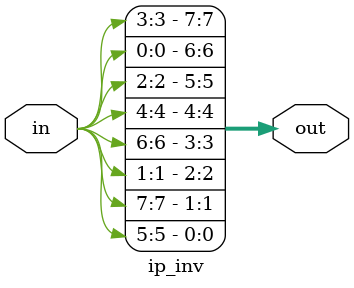
<source format=v>
module ip(
input wire [0:7] in,
output wire [7:0] ipout
);

//index is -1 because it starts at 0
assign ipout = {in[1], in[5], in[2], in[0], in[3], in[7], in[4], in[6]};

endmodule

//Inverse IP
module ip_inv(
input wire [0:7] in,
output wire [7:0] out
);

//index is -1 because it starts at 0
assign out = {in[3], in[0], in[2], in[4], in[6], in[1], in[7], in[5]};

endmodule
</source>
